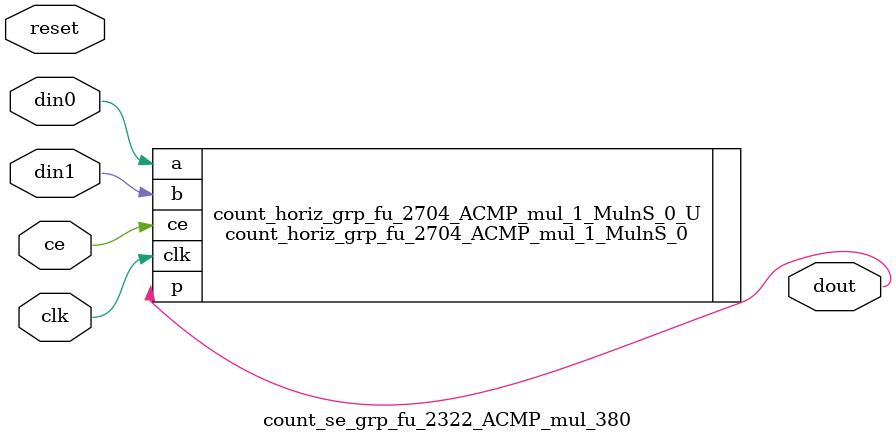
<source format=v>

`timescale 1 ns / 1 ps
module count_se_grp_fu_2322_ACMP_mul_380(
    clk,
    reset,
    ce,
    din0,
    din1,
    dout);

parameter ID = 32'd1;
parameter NUM_STAGE = 32'd1;
parameter din0_WIDTH = 32'd1;
parameter din1_WIDTH = 32'd1;
parameter dout_WIDTH = 32'd1;
input clk;
input reset;
input ce;
input[din0_WIDTH - 1:0] din0;
input[din1_WIDTH - 1:0] din1;
output[dout_WIDTH - 1:0] dout;



count_horiz_grp_fu_2704_ACMP_mul_1_MulnS_0 count_horiz_grp_fu_2704_ACMP_mul_1_MulnS_0_U(
    .clk( clk ),
    .ce( ce ),
    .a( din0 ),
    .b( din1 ),
    .p( dout ));

endmodule

</source>
